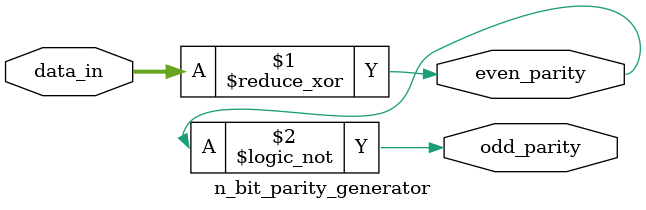
<source format=v>
`timescale 1ns / 1ps


module n_bit_parity_generator(
     data_in,
   odd_parity,even_parity
    );
    
    parameter N=8;
      input [N-1:0] data_in;
      output odd_parity,even_parity;
      
      assign even_parity=^(data_in);
      assign odd_parity=!(even_parity);
      
      
endmodule

</source>
